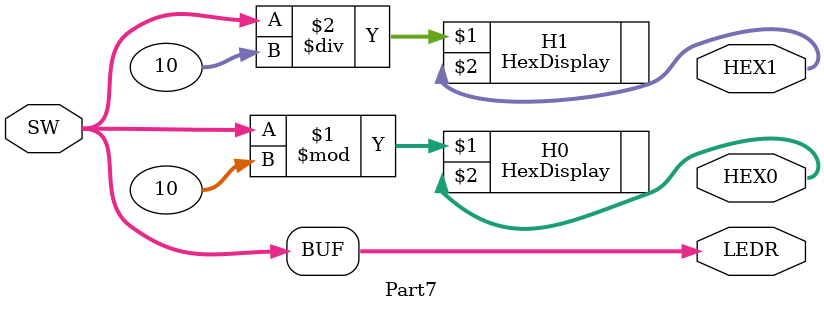
<source format=v>

module Part7(SW, LEDR, HEX0, HEX1); 
	input  [5:0] SW;                             // Toggle switches (inputs C[2:0]) 
	output [5:0] LEDR;                           // Red LEDs 
	output [0:6] HEX0, HEX1;                     // Seven-segment display
   
	assign LEDR = SW;                            // Displays the input switches   
   
   HexDisplay H0(SW[5:0]%10, HEX0);             // SW[5:0]%10 to get the LSB value
   HexDisplay H1(SW[5:0]/10, HEX1);             // SW[5:0]/10 to get the MSB value
endmodule

</source>
